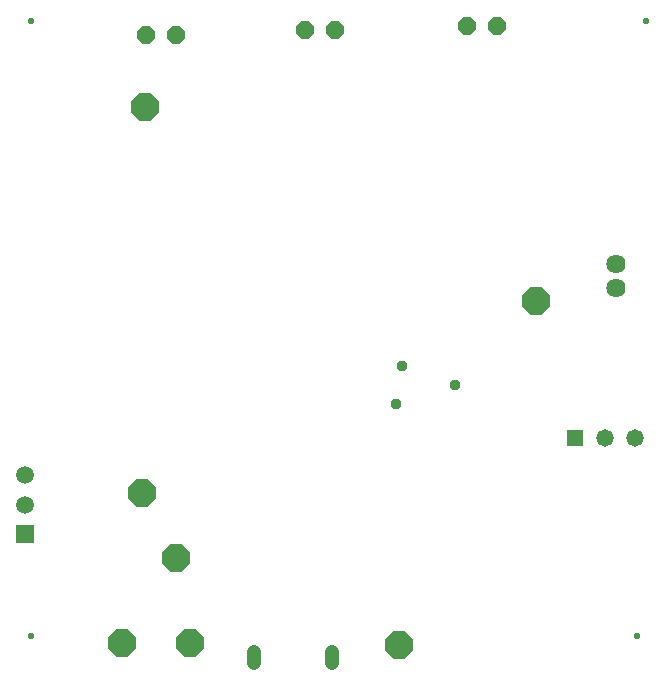
<source format=gbr>
G04 EAGLE Gerber RS-274X export*
G75*
%MOMM*%
%FSLAX34Y34*%
%LPD*%
%INSoldermask Bottom*%
%IPPOS*%
%AMOC8*
5,1,8,0,0,1.08239X$1,22.5*%
G01*
G04 Define Apertures*
%ADD10C,0.553200*%
%ADD11C,1.625600*%
%ADD12C,1.211200*%
%ADD13P,1.64956X8X202.5*%
%ADD14R,1.471200X1.471200*%
%ADD15C,1.471200*%
%ADD16R,1.511200X1.511200*%
%ADD17C,1.511200*%
%ADD18P,2.55682X8X22.5*%
%ADD19C,0.959600*%
D10*
X558800Y558800D03*
X38100Y558800D03*
X551500Y38100D03*
X38100Y38100D03*
D11*
X533440Y353310D03*
X533440Y333310D03*
D12*
X227235Y25280D02*
X227235Y15200D01*
X293235Y15200D02*
X293235Y25280D01*
D13*
X295960Y551340D03*
X270560Y551340D03*
X161310Y547651D03*
X135910Y547651D03*
X432430Y554710D03*
X407030Y554710D03*
D14*
X499190Y205980D03*
D15*
X524590Y205980D03*
X549990Y205980D03*
D16*
X32960Y124420D03*
D17*
X32960Y149420D03*
X32960Y174420D03*
D18*
X173140Y32460D03*
X115440Y32460D03*
X160810Y104560D03*
X132476Y159310D03*
X349910Y30680D03*
X466000Y322080D03*
X135050Y486338D03*
D19*
X352425Y266700D03*
X396875Y250825D03*
X347663Y234950D03*
M02*

</source>
